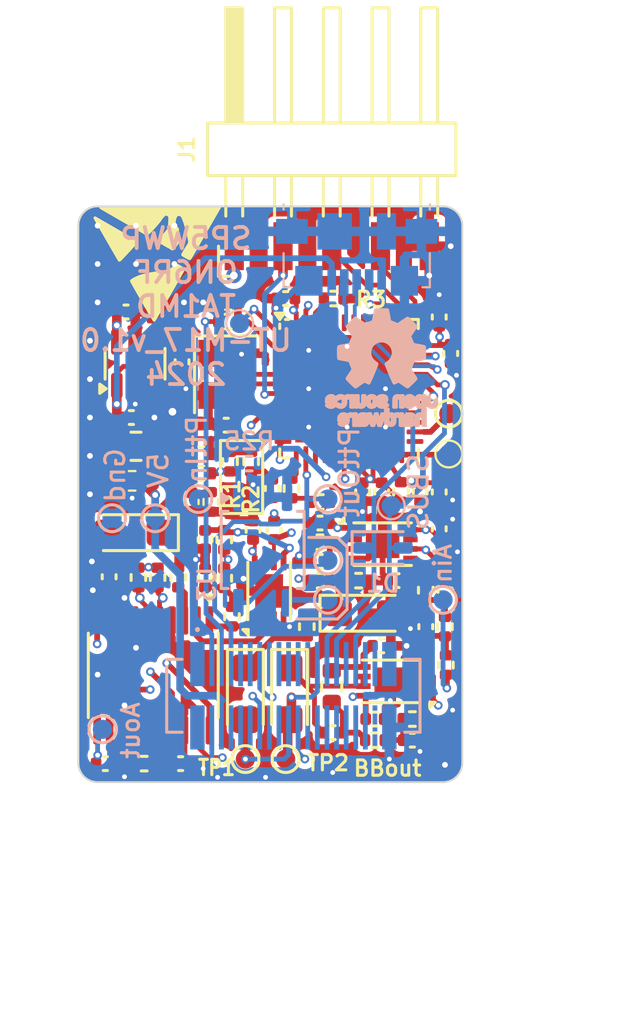
<source format=kicad_pcb>
(kicad_pcb (version 20241229) (generator "pcbnew") (generator_version "9.0")
  (layers (0 "F.Cu" signal) (4 "In1.Cu" signal) (6 "In2.Cu" signal) (2 "B.Cu" signal) (13 "F.Paste" user) (15 "B.Paste" user) (5 "F.SilkS" user "F.Silkscreen") (7 "B.SilkS" user "B.Silkscreen") (1 "F.Mask" user) (3 "B.Mask" user) (25 "Edge.Cuts" user))
  (net 0 "")
  (net 1 "/MCU/X1")
  (net 2 "GND")
  (net 3 "/MCU/X2")
  (net 4 "+3V3")
  (net 5 "VDDA")
  (net 6 "+5V")
  (net 7 "Net-(U6A-+)")
  (net 8 "Net-(U6B-+)")
  (net 9 "Net-(C20-Pad1)")
  (net 10 "Net-(C24-Pad1)")
  (net 11 "Net-(U7B-+)")
  (net 12 "Net-(U4B-+)")
  (net 13 "Net-(U4A-+)")
  (net 14 "/MCU/~{RST}")
  (net 15 "/MCU/SWCLK")
  (net 16 "/MCU/SWDIO")
  (net 17 "VERSION_SET")
  (net 18 "/MCU/BOOT0")
  (net 19 "Net-(C28-Pad1)")
  (net 20 "Net-(U7A--)")
  (net 21 "Net-(U4A--)")
  (net 22 "Net-(U7B--)")
  (net 23 "Net-(C14-Pad1)")
  (net 24 "Net-(C15-Pad1)")
  (net 25 "Net-(C16-Pad2)")
  (net 26 "Net-(C19-Pad1)")
  (net 27 "Net-(U5A-P0A)")
  (net 28 "Net-(U5B-P1A)")
  (net 29 "Net-(U5A-P0W)")
  (net 30 "Net-(U5B-P1W)")
  (net 31 "Net-(C26-Pad1)")
  (net 32 "Net-(C29-Pad1)")
  (net 33 "Net-(C31-Pad1)")
  (net 34 "Net-(U1-PC13)")
  (net 35 "Net-(U5D-P3A)")
  (net 36 "Net-(U5D-P3B)")
  (net 37 "Net-(U5E-~{RESET})")
  (net 44 "USART3_RX")
  (net 45 "USART3_TX")
  (net 57 "Net-(U5C-P2W)")
  (net 59 "I2C_SDA")
  (net 60 "AUDIO_OUT")
  (net 61 "PTT_OUT")
  (net 62 "AUDIO_OUT_MUTE")
  (net 63 "BASEBAND_IN_FILT")
  (net 64 "AUDIO_IN_FILT")
  (net 65 "BASEBAND_OUT")
  (net 66 "I2C_SCL")
  (net 67 "AUDIO_OUT_FILT")
  (net 68 "BASEBAND_IN")
  (net 69 "BASEBAND_OUT_FILT")
  (net 70 "AUDIO_IN")
  (net 71 "PTT_IN")
  (net 72 "MCU_TX")
  (net 73 "MCU_RX")
  (net 100 "Net-(R25-Pad2)")
  (net 101 "BASEBAND_BYPASS")
  (net 102 "+5VD")
  (net 103 "Net-(TP3-Pad1)")
  (net 104 "Net-(TP4-Pad1)")
  (net 106 "Net-(C12-Pad1)")
  (net 107 "Net-(U1-PB13)")
  (net 109 "Net-(U1-VBAT)")
  (net 110 "USB_DP")
  (net 112 "USB_DN")
  (footprint "Resistor_SMD:R_0402_1005Metric" (layer "F.Cu") (at 187.6 69.375 -90)
    (property "Reference" "R13" (hide yes))
    (property "Value" "39k")
  )
  (footprint "Capacitor_SMD:C_0402_1005Metric" (layer "F.Cu") (at 192.5875 66.5)
    (property "Reference" "C19" (hide yes))
    (property "Value" "10n")
  )
  (footprint "Capacitor_SMD:C_0402_1005Metric" (layer "F.Cu") (at 193.27 77.42125 180)
    (property "Reference" "C31" (hide yes))
    (property "Value" "10n")
  )
  (footprint "Resistor_SMD:R_0402_1005Metric" (layer "F.Cu") (at 187.8 55)
    (property "Reference" "R29" (hide yes))
    (property "Value" "12k")
  )
  (footprint "Capacitor_Tantalum_SMD:CP_EIA-3216-18_Kemet-A" (layer "F.Cu") (at 194.9 71.2)
    (property "Reference" "C28" (hide yes))
    (property "Value" "22u")
  )
  (footprint "Capacitor_SMD:C_0402_1005Metric" (layer "F.Cu") (at 199.1 70 90)
    (property "Reference" "C20" (hide yes))
    (property "Value" "10n")
  )
  (footprint "Resistor_SMD:R_0402_1005Metric" (layer "F.Cu") (at 187.9 63.3 -90)
    (property "Reference" "R1")
    (property "Value" "36k")
  )
  (footprint "Resistor_SMD:R_0402_1005Metric" (layer "F.Cu") (at 192.5875 67.5)
    (property "Reference" "R10" (hide yes))
    (property "Value" "7k5")
  )
  (footprint "Package_TO_SOT_SMD:SOT-23-5" (layer "F.Cu") (at 182.95 58.2 90)
    (property "Reference" "U2" (hide yes))
    (property "Value" "XC6220B331MR")
  )
  (footprint "Resistor_SMD:R_0402_1005Metric" (layer "F.Cu") (at 196.805 64.88 90)
    (property "Reference" "R5" (hide yes))
    (property "Value" "10R")
  )
  (footprint "Resistor_SMD:R_0402_1005Metric" (layer "F.Cu") (at 186.9 65.4 -90)
    (property "Reference" "R27" (hide yes))
    (property "Value" "22k")
  )
  (footprint "Resistor_SMD:R_0402_1005Metric" (layer "F.Cu") (at 192.6 69.5)
    (property "Reference" "R20" (hide yes))
    (property "Value" "22k")
  )
  (footprint "Symbol:ESD-Logo_6.6x6mm_SilkScreen" (layer "F.Cu") (at 184.1 53 180)
    (property "Reference" "SYM1" (hide yes))
    (property "Value" "SYM_ESD_Small" (hide yes))
  )
  (footprint "Resistor_SMD:R_0402_1005Metric" (layer "F.Cu") (at 183.425 79.0375 180)
    (property "Reference" "R16" (hide yes))
    (property "Value" "10k")
  )
  (footprint "Resistor_SMD:R_0402_1005Metric" (layer "F.Cu") (at 199.1 71.9 90)
    (property "Reference" "R9" (hide yes))
    (property "Value" "13k")
  )
  (footprint "Resistor_SMD:R_0402_1005Metric" (layer "F.Cu") (at 187.8 56)
    (property "Reference" "R4" (hide yes))
    (property "Value" "10k")
  )
  (footprint "Capacitor_SMD:C_0402_1005Metric" (layer "F.Cu") (at 192.6 68.5 180)
    (property "Reference" "C17" (hide yes))
    (property "Value" "1n5")
  )
  (footprint "Capacitor_SMD:C_0402_1005Metric" (layer "F.Cu") (at 197.8075 64.88 -90)
    (property "Reference" "C7" (hide yes))
    (property "Value" "100n")
  )
  (footprint "Capacitor_Tantalum_SMD:CP_EIA-3216-18_Kemet-A" (layer "F.Cu") (at 191 75.4 -90)
    (property "Reference" "C34" (hide yes))
    (property "Value" "22u")
  )
  (footprint "Capacitor_SMD:C_0402_1005Metric" (layer "F.Cu") (at 182.76 61)
    (property "Reference" "C13" (hide yes))
    (property "Value" "100n")
  )
  (footprint "Resistor_SMD:R_0402_1005Metric" (layer "F.Cu") (at 194.6 69.5)
    (property "Reference" "R21" (hide yes))
    (property "Value" "22k")
  )
  (footprint "TestPoint:TestPoint_Pad_D1.0mm" (layer "F.Cu") (at 190.8 78.8)
    (property "Reference" "TP2")
    (property "Value" "TP_TX")
  )
  (footprint "Capacitor_SMD:C_0402_1005Metric" (layer "F.Cu") (at 186.6 69.365 90)
    (property "Reference" "C24" (hide yes))
    (property "Value" "10n")
  )
  (footprint "Resistor_SMD:R_0603_1608Metric" (layer "F.Cu") (at 193.2 75.02125 90)
    (property "Reference" "R24" (hide yes))
    (property "Value" "3k9")
  )
  (footprint "Capacitor_SMD:C_0402_1005Metric" (layer "F.Cu") (at 185.9 65.4 -90)
    (property "Reference" "C12" (hide yes))
    (property "Value" "220n")
  )
  (footprint "Resistor_SMD:R_0402_1005Metric" (layer "F.Cu") (at 188 71.375 -90)
    (property "Reference" "R14" (hide yes))
    (property "Value" "3k3")
  )
  (footprint "Resistor_SMD:R_0402_1005Metric" (layer "F.Cu") (at 192.6 65.4)
    (property "Reference" "R8" (hide yes))
    (property "Value" "13k")
  )
  (footprint "Resistor_SMD:R_0402_1005Metric" (layer "F.Cu") (at 193.3 54.8 180)
    (property "Reference" "R3")
    (property "Value" "10k")
  )
  (footprint "Resistor_SMD:R_0402_1005Metric" (layer "F.Cu") (at 198.1 70 90)
    (property "Reference" "R11" (hide yes))
    (property "Value" "7k5")
  )
  (footprint "Capacitor_Tantalum_SMD:CP_EIA-3216-18_Kemet-A" (layer "F.Cu") (at 182.9 67 180)
    (property "Reference" "C26" (hide yes))
    (property "Value" "22u")
  )
  (footprint "Capacitor_Tantalum_SMD:CP_EIA-3216-18_Kemet-A" (layer "F.Cu") (at 188.7 75.4 -90)
    (property "Reference" "C27" (hide yes))
    (property "Value" "22u")
  )
  (footprint "Capacitor_SMD:C_0402_1005Metric" (layer "F.Cu") (at 195.8 72.9)
    (property "Reference" "C32" (hide yes))
    (property "Value" "680p")
  )
  (footprint "Capacitor_SMD:C_0402_1005Metric" (layer "F.Cu") (at 181.6 69.3 90)
    (property "Reference" "C23" (hide yes))
    (property "Value" "220n")
  )
  (footprint "Capacitor_SMD:C_0402_1005Metric" (layer "F.Cu") (at 198.8 66.8 90)
    (property "Reference" "C30" (hide yes))
    (property "Value" "100n")
  )
  (footprint "Resistor_SMD:R_0402_1005Metric" (layer "F.Cu") (at 191.9 71.9 90)
    (property "Reference" "R17" (hide yes))
    (property "Value" "22k")
  )
  (footprint "Package_DFN_QFN:DFN-8-1EP_3x2mm_P0.5mm_EP1.75x1.45mm" (layer "F.Cu") (at 195.85 67.6)
    (property "Reference" "U6" (hide yes))
    (property "Value" "MCP6002" (hide yes))
  )
  (footprint "Resistor_SMD:R_0402_1005Metric" (layer "F.Cu") (at 197.4 76.7125 180)
    (property "Reference" "R22" (hide yes))
    (property "Value" "3k3")
  )
  (footprint "Connector_Harwin:Harwin_M20-89005xx_1x05_P2.54mm_Horizontal" (layer "F.Cu") (at 193.2 46.5475 90)
    (property "Reference" "J1")
    (property "Value" "Conn_01x05")
  )
  (footprint "Capacitor_SMD:C_0402_1005Metric" (layer "F.Cu") (at 198.8 55.7625 90)
    (property "Reference" "C3" (hide yes))
    (property "Value" "2u2")
  )
  (footprint "Capacitor_SMD:C_0402_1005Metric" (layer "F.Cu") (at 197.4 77.8125)
    (property "Reference" "C29" (hide yes))
    (property "Value" "10n")
  )
  (footprint "Capacitor_SMD:C_0402_1005Metric" (layer "F.Cu") (at 187.7 61.4 180)
    (property "Reference" "C2" (hide yes))
    (property "Value" "2p2")
  )
  (footprint "Package_SO:TSSOP-20_4.4x6.5mm_P0.65mm" (layer "F.Cu") (at 183.9 74.4375 -90)
    (property "Reference" "U5" (hide yes))
    (property "Value" "MCP4451-503-ST" (hide yes))
  )
  (footprint "Package_DFN_QFN:DFN-8-1EP_3x2mm_P0.5mm_EP1.75x1.45mm" (layer "F.Cu") (at 189.9375 70.0375 90)
    (property "Reference" "U4" (hide yes))
    (property "Value" "MCP6002" (hide yes))
  )
  (footprint "Capacitor_SMD:C_0402_1005Metric" (layer "F.Cu") (at 199.4 57.6625 -90)
    (property "Reference" "C6" (hide yes))
    (property "Value" "100n")
  )
  (footprint "Package_DFN_QFN:DFN-8-1EP_3x2mm_P0.5mm_EP1.75x1.45mm" (layer "F.Cu") (at 196.3 74.75 180)
    (property "Reference" "U7" (hide yes))
    (property "Value" "MCP6002" (hide yes))
  )
  (footprint "Capacitor_SMD:C_0805_2012Metric" (layer "F.Cu") (at 183 62.5)
    (property "Reference" "C10" (hide yes))
    (property "Value" "22u/25V")
  )
  (footprint "Resistor_SMD:R_0402_1005Metric" (layer "F.Cu") (at 186.4 62.9 180)
    (property "Reference" "R28" (hide yes))
    (property "Value" "22k")
  )
  (footprint "Capacitor_SMD:C_0402_1005Metric" (layer "F.Cu") (at 196.6 69.5 180)
    (property "Reference" "C18" (hide yes))
    (property "Value" "1n5")
  )
  (footprint "Resistor_SMD:R_0402_1005Metric" (layer "F.Cu") (at 186.4 63.906666 180)
    (property "Reference" "R26" (hide yes))
    (property "Value" "22k")
  )
  (footprint "Package_DFN_QFN:QFN-48-1EP_7x7mm_P0.5mm_EP5.6x5.6mm" (layer "F.Cu") (at 194.1 59.5)
    (property "Reference" "U1" (hide yes))
    (property "Value" "STM32G473CCUx" (hide yes))
  )
  (footprint "Resistor_SMD:R_0402_1005Metric" (layer "F.Cu") (at 195.45 77.8125 180)
    (property "Reference" "R23" (hide yes))
    (property "Value" "39k")
  )
  (footprint "Capacitor_SMD:C_0402_1005Metric" (layer "F.Cu") (at 194.81 64.88 -90)
    (property "Reference" "C8" (hide yes))
    (property "Value" "100n")
  )
  (footprint "Capacitor_SMD:C_0402_1005Metric" (layer "F.Cu") (at 190.2 66.875 90)
    (property "Reference" "C16" (hide yes))
    (property "Value" "10n")
  )
  (footprint "Capacitor_SMD:C_0402_1005Metric" (layer "F.Cu") (at 186.6 67.365 -90)
    (property "Reference" "C21" (hide yes))
    (property "Value" "680p")
  )
  (footprint "Capacitor_SMD:C_0402_1005Metric" (layer "F.Cu") (at 195.8025 64.88 90)
    (property "Reference" "C9" (hide yes))
    (property "Value" "1u")
  )
  (footprint "Capacitor_SMD:C_0402_1005Metric" (layer "F.Cu") (at 190.1 64.7 90)
    (property "Reference" "C14" (hide yes))
    (property "Value" "10n")
  )
  (footprint "Capacitor_SMD:C_0402_1005Metric" (layer "F.Cu") (at 181.4 79.0375 180)
    (property "Reference" "C22" (hide yes))
    (property "Value" "220n")
  )
  (footprint "Resistor_SMD:R_0402_1005Metric" (layer "F.Cu") (at 187.6 67.375 -90)
    (property "Reference" "R12" (hide yes))
    (property "Value" "3k9")
  )
  (footprint "Inductor_SMD:L_0603_1608Metric_Pad1.05x0.95mm_HandSolder" (layer "F.Cu") (at 182.8 64.3)
    (property "Reference" "FB1" (hide yes))
    (property "Value" "FerriteBead_Small")
  )
  (footprint "Capacitor_SMD:C_0402_1005Metric" (layer "F.Cu") (at 189.1 66.875 90)
    (property "Reference" "C35" (hide yes))
    (property "Value" "100n")
  )
  (footprint "TestPoint:TestPoint_Pad_D1.0mm" (layer "F.Cu") (at 199.3 62.9)
    (property "Reference" "TP14" (hide yes))
    (property "Value" "GP")
  )
  (footprint "Capacitor_SMD:C_0402_1005Metric" (layer "F.Cu") (at 190.8 54.8 180)
    (property "Reference" "C4" (hide yes))
    (property "Value" "100n")
  )
  (footprint "Crystal:Crystal_SMD_3225-4Pin_3.2x2.5mm" (layer "F.Cu") (at 187.7 58.75 -90)
    (property "Reference" "Y1" (hide yes))
    (property "Value" "8 MHz" (hide yes))
  )
  (footprint "Resistor_SMD:R_0402_1005Metric" (layer "F.Cu") (at 185.2 69.3375 90)
    (property "Reference" "R15" (hide yes))
    (property "Value" "2k2")
  )
  (footprint "TestPoint:TestPoint_Pad_D1.0mm" (layer "F.Cu") (at 199.3 60.8)
    (property "Reference" "TP12" (hide yes))
    (property "Value" "GP")
  )
  (footprint "TestPoint:TestPoint_Pad_D1.0mm" (layer "F.Cu") (at 188.7 78.8)
    (property "Reference" "TP1")
    (property "Value" "TP_RX")
  )
  (footprint "Resistor_SMD:R_0402_1005Metric" (layer "F.Cu") (at 183.125 69.3375 -90)
    (property "Reference" "R19" (hide yes))
    (property "Value" "3k3")
  )
  (footprint "Resistor_SMD:R_0402_1005Metric" (layer "F.Cu") (at 184.125 69.3375 -90)
    (property "Reference" "R18" (hide yes))
    (property "Value" "3k3")
  )
  (footprint "Capacitor_SMD:C_0402_1005Metric" (layer "F.Cu") (at 198.8 64.88 -90)
    (property "Reference" "C5" (hide yes))
    (property "Value" "100n")
  )
  (footprint "Capacitor_SMD:C_0402_1005Metric" (layer "F.Cu") (at 185.4 58.1 -90)
    (property "Reference" "C1" (hide yes))
    (property "Value" "2p2")
  )
  (footprint "Resistor_SMD:R_0402_1005Metric" (layer "F.Cu") (at 189 63.3 90)
    (property "Reference" "R2")
    (property "Value" "12k")
  )
  (footprint "Capacitor_SMD:C_0402_1005Metric" (layer "F.Cu") (at 182.48 55.5)
    (property "Reference" "C11" (hide yes))
    (property "Value" "100n")
  )
  (footprint "Capacitor_SMD:C_0402_1005Metric" (layer "F.Cu") (at 195.45 76.7125)
    (property "Reference" "C33" (hide yes))
    (property "Value" "100n")
  )
  (footprint "Resistor_SMD:R_0402_1005Metric" (layer "F.Cu") (at 191.1 64.7 -90)
    (property "Reference" "R6" (hide yes))
    (property "Value" "4k3")
  )
  (footprint "Capacitor_SMD:C_0402_1005Metric" (layer "F.Cu") (at 198.1 71.9 90)
    (property "Reference" "C15" (hide yes))
    (property "Value" "10n")
  )
  (footprint "Resistor_SMD:R_0402_1005Metric" (layer "F.Cu") (at 199.15 73.9 90)
    (property "Reference" "R7" (hide yes))
    (property "Value" "4k3")
  )
  (footprint "Capacitor_SMD:C_0402_1005Metric" (layer "F.Cu") (at 185.325 79.0375)
    (property "Reference" "C25" (hide yes))
    (property "Value" "100n")
  )
  (footprint "Diode_SMD:D_SOD-323" (layer "B.Cu") (at 195.87 67.8)
    (property "Reference" "D1")
    (property "Value" "1N4148WS")
  )
  (footprint "TestPoint:TestPoint_Pad_D1.0mm" (layer "B.Cu") (at 181.75 66.25 180)
    (property "Reference" "TP10" (hide yes))
    (property "Value" "GP")
  )
  (footprint "TestPoint:TestPoint_Pad_D1.0mm" (layer "B.Cu") (at 193 70.5 180)
    (property "Reference" "TP4" (hide yes))
    (property "Value" "GP")
  )
  (footprint "TestPoint:TestPoint_Pad_D1.0mm" (layer "B.Cu") (at 196.3 65.6)
    (property "Reference" "TP13" (hide yes))
    (property "Value" "GP")
  )
  (footprint "TestPoint:TestPoint_Pad_D1.0mm" (layer "B.Cu") (at 193 65.25 180)
    (property "Reference" "TP6" (hide yes))
    (property "Value" "GP")
  )
  (footprint "Package_SO:SOP-4_3.8x4.1mm_P2.54mm" (layer "B.Cu") (at 189.6 67.9 -90)
    (property "Reference" "U3")
    (property "Value" "CPC1117N")
  )
  (footprint "TestPoint:TestPoint_Pad_D1.0mm" (layer "B.Cu") (at 188.4 56.1 180)
    (property "Reference" "TP11" (hide yes))
    (property "Value" "GP")
  )
  (footprint "Connector_USB:USB_Micro-B_Molex_47346-0001" (layer "B.Cu") (at 194.5 52.5)
    (property "Reference" "J4" (hide yes))
    (property "Value" "USB_B_Micro")
  )
  (footprint "TestPoint:TestPoint_Pad_D1.0mm" (layer "B.Cu") (at 184 66.25 180)
    (property "Reference" "TP5" (hide yes))
    (property "Value" "GP")
  )
  (footprint "Symbol:OSHW-Logo_5.7x6mm_SilkScreen" (layer "B.Cu") (at 195.8 58.4 180)
    (property "Reference" "SYM2" (hide yes))
    (property "Value" "Logo_Open_Hardware_Small" (hide yes))
  )
  (footprint "TestPoint:TestPoint_Pad_D1.0mm" (layer "B.Cu") (at 199 70.5 180)
    (property "Reference" "TP8" (hide yes))
    (property "Value" "GP")
  )
  (footprint "TestPoint:TestPoint_Pad_D1.0mm" (layer "B.Cu") (at 181.25 77.25 180)
    (property "Reference" "TP9" (hide yes))
    (property "Value" "GP")
  )
  (footprint "TestPoint:TestPoint_Pad_D1.0mm" (layer "B.Cu") (at 186.25 65.25 180)
    (property "Reference" "TP7" (hide yes))
    (property "Value" "GP")
  )
  (footprint "TestPoint:TestPoint_Pad_D1.0mm" (layer "B.Cu") (at 193 68.45 180)
    (property "Reference" "TP3" (hide yes))
    (property "Value" "GP")
  )
  (footprint "micro17:AXK640347YG" (layer "B.Cu") (at 191.2 75.5)
    (property "Reference" "J2" (hide yes))
    (property "Value" "AXK640347YG" (hide yes))
  )
  (footprint "Resistor_SMD:R_0402_1005Metric" (layer "B.Cu") (at 188.9 63.4 180)
    (property "Reference" "R25")
    (property "Value" "3k3")
  )
  (gr_line (start 187.4 62.2) (end 189.6 62.2) (stroke (width 0.16)) (layer "F.SilkS"))
  (gr_line (start 189.6 66) (end 187.4 66) (stroke (width 0.16)) (layer "F.SilkS"))
  (gr_line (start 189.6 62.2) (end 189.6 66) (stroke (width 0.16)) (layer "F.SilkS"))
  (gr_line (start 187.4 66) (end 187.4 62.2) (stroke (width 0.16)) (layer "F.SilkS"))
  (gr_line (start 193.5 71.5) (end 191.4 71.5) (stroke (width 0.16)) (layer "B.SilkS"))
  (gr_line (start 194 67.75) (end 194 71) (stroke (width 0.16)) (layer "B.SilkS"))
  (gr_line (start 193.5 67.25) (end 194 67.75) (stroke (width 0.16)) (layer "B.SilkS"))
  (gr_line (start 194 71) (end 193.5 71.5) (stroke (width 0.16)) (layer "B.SilkS"))
  (gr_line (start 192 67.25) (end 193.5 67.25) (stroke (width 0.16)) (layer "B.SilkS"))
  (gr_line (start 200 79) (end 200 51) (stroke (width 0.1)) (layer "Edge.Cuts"))
  (gr_line (start 181 80) (end 199 80) (stroke (width 0.1)) (layer "Edge.Cuts"))
  (gr_arc (start 180 51) (mid 180.292893 50.292893) (end 181 50) (stroke (width 0.1)) (layer "Edge.Cuts"))
  (gr_arc (start 199 50) (mid 199.707107 50.292893) (end 200 51) (stroke (width 0.1)) (layer "Edge.Cuts"))
  (gr_line (start 199 50) (end 181 50) (stroke (width 0.1)) (layer "Edge.Cuts"))
  (gr_arc (start 200 79) (mid 199.707107 79.707107) (end 199 80) (stroke (width 0.1)) (layer "Edge.Cuts"))
  (gr_line (start 180 51) (end 180 79) (stroke (width 0.1)) (layer "Edge.Cuts"))
  (gr_arc (start 181 80) (mid 180.292893 79.707107) (end 180 79) (stroke (width 0.1)) (layer "Edge.Cuts"))
  (gr_text "BBout" (at 194.25 79.75 0) (layer "F.SilkS") (effects (font (size 0.8 0.8) (thickness 0.16) (bold yes)) (justify left bottom)))
  (gr_text "PttIn" (at 186.75 60.8 90) (layer "B.SilkS") (effects (font (size 1 1) (thickness 0.16)) (justify left bottom mirror)))
  (gr_text "Aout" (at 183.25 75.75 90) (layer "B.SilkS") (effects (font (size 0.9 0.9) (thickness 0.16)) (justify left bottom mirror)))
  (gr_text "SP5WWP\nON6RF\nTA1MD\nUT-M17_v1.0\n2024" (at 185.6 59.4 0) (layer "B.SilkS") (effects (font (size 1.1 1.1) (thickness 0.2) (bold yes)) (justify bottom mirror)))
  (gr_text "5V" (at 184.75 62.75 90) (layer "B.SilkS") (effects (font (size 1 1) (thickness 0.16)) (justify left bottom mirror)))
  (gr_text "Ain" (at 199.5 67.5 90) (layer "B.SilkS") (effects (font (size 0.9 0.9) (thickness 0.16)) (justify left bottom mirror)))
  (gr_text "SBUS" (at 198.3 62.8 90) (layer "B.SilkS") (effects (font (size 1 1) (thickness 0.16)) (justify left bottom mirror)))
  (gr_text "Gnd" (at 182.5 62.5 90) (layer "B.SilkS") (effects (font (size 1 1) (thickness 0.16)) (justify left bottom mirror)))
  (gr_text "PttOut" (at 194.703607 61.416038 90) (layer "B.SilkS") (effects (font (size 1 1) (thickness 0.16)) (justify left bottom mirror)))
  (segment (start 186.85 57.65) (end 186.82 57.62) (width 0.25) (layer "F.Cu") (net 1))
  (segment (start 186.82 57.62) (end 185.4 57.62) (width 0.3) (layer "F.Cu") (net 1))
  (segment (start 187 58.75) (end 186.85 58.6) (width 0.25) (layer "F.Cu") (net 1))
  (segment (start 190.6625 58.75) (end 187 58.75) (width 0.25) (layer "F.Cu") (net 1))
  (segment (start 186.85 58.6) (end 186.85 57.65) (width 0.25) (layer "F.Cu") (net 1))
  (segment (start 196.4 74.7) (end 196.4 73.02) (width 0.25) (layer "F.Cu") (net 2))
  (segment (start 199.4 58.5) (end 199.7 58.8) (width 0.3) (layer "F.Cu") (net 2))
  (segment (start 198.2 71.42) (end 197.5 71.42) (width 0.3) (layer "F.Cu") (net 2))
  (segment (start 194.4 68.35) (end 195.1 68.35) (width 0.3) (layer "F.Cu") (net 2))
  (segment (start 199.4 58.1425) (end 199.4 58.5) (width 0.3) (layer "F.Cu") (net 2))
  (segment (start 182.95 60.29) (end 182.95 59.3375) (width 0.5) (layer "F.Cu") (net 2))
  (segment (start 195.93 76.7125) (end 195.93 76.07) (width 0.25) (layer "F.Cu") (net 2))
  (segment (start 190.32 55.28) (end 190.3 55.3) (width 0.5) (layer "F.Cu") (net 2))
  (segment (start 186.2375 79.0375) (end 186.5 79.3) (width 0.25) (layer "F.Cu") (net 2))
  (segment (start 182.96 60.3) (end 182.96 60.72) (width 0.3) (layer "F.Cu") (net 2))
  (segment (start 197.75 74) (end 197.05 74) (width 0.25) (layer "F.Cu") (net 2))
  (segment (start 186.85 61.03) (end 187.22 61.4) (width 0.3) (layer "F.Cu") (net 2))
  (segment (start 197.88 77.8125) (end 197.88 78.32) (width 0.3) (layer "F.Cu") (net 2))
  (segment (start 195.85 69.13) (end 196.22 69.5) (width 0.3) (layer "F.Cu") (net 2))
  (segment (start 189.69 63.81) (end 190.1 64.22) (width 0.3) (layer "F.Cu") (net 2))
  (segment (start 197.3 72) (end 197.3 71.62) (width 0.3) (layer "F.Cu") (net 2))
  (segment (start 186.6 68.4) (end 186.6 67.845) (width 0.25) (layer "F.Cu") (net 2))
  (segment (start 195.85 67.6) (end 195.85 69.13) (width 0.3) (layer "F.Cu") (net 2))
  (segment (start 185.805 79.0375) (end 186.2375 79.0375) (width 0.25) (layer "F.Cu") (net 2))
  (segment (start 196.4 73.02) (end 196.28 72.9) (width 0.25) (layer "F.Cu") (net 2))
  (segment (start 185.525 78.7575) (end 185.805 79.0375) (width 0.3) (layer "F.Cu") (net 2))
  (segment (start 185.525 77.3) (end 185.525 78.7575) (width 0.3) (layer "F.Cu") (net 2))
  (segment (start 190.6875 71.4875) (end 190.6875 70.7875) (width 0.25) (layer "F.Cu") (net 2))
  (segment (start 195.93 76.07) (end 196.25 75.75) (width 0.25) (layer "F.Cu") (net 2))
  (segment (start 189 63.81) (end 189.69 63.81) (width 0.3) (layer "F.Cu") (net 2))
  (segment (start 197.88 78.32) (end 197.8 78.4) (width 0.3) (layer "F.Cu") (net 2))
  (segment (start 196.3 75.7) (end 196.3 74.75) (width 0.25) (layer "F.Cu") (net 2))
  (segment (start 190.32 54.8) (end 190.32 55.28) (width 0.5) (layer "F.Cu") (net 2))
  (segment (start 186.1 68.4) (end 186.6 68.4) (width 0.25) (layer "F.Cu") (net 2))
  (segment (start 197.5 71.42) (end 196.47 71.42) (width 0.3) (layer "F.Cu") (net 2))
  (segment (start 195.1 68.35) (end 195.85 67.6) (width 0.3) (layer "F.Cu") (net 2))
  (segment (start 197.05 74) (end 196.3 74.75) (width 0.25) (layer "F.Cu") (net 2))
  (segment (start 190.6875 70.7875) (end 189.9375 70.0375) (width 0.25) (layer "F.Cu") (net 2))
  (segment (start 182.96 60.72) (end 183.24 61) (width 0.3) (layer "F.Cu") (net 2))
  (segment (start 195.85 67.6) (end 195.85 66.47) (width 0.3) (layer "F.Cu") (net 2))
  (segment (start 197.3 71.62) (end 197.5 71.42) (width 0.3) (layer "F.Cu") (net 2))
  (segment (start 196.47 71.42) (end 196.25 71.2) (width 0.3) (layer "F.Cu") (net 2))
  (segment (start 196.25 75.75) (end 196.3 75.7) (width 0.25) (layer "F.Cu") (net 2))
  (segment (start 186.85 59.85) (end 186.85 61.03) (width 0.3) (layer "F.Cu") (net 2))
  (segment (start 182.96 60.3) (end 182.95 60.29) (width 0.5) (layer "F.Cu") (net 2))
  (via (at 185 51) (size 0.5) (drill 0.3) (layers "F.Cu" "B.Cu") (net 2))
  (via (at 185 53) (size 0.5) (drill 0.3) (layers "F.Cu" "B.Cu") (net 2))
  (via (at 182.4 79.720108) (size 0.45) (drill 0.25) (layers "F.Cu" "B.Cu") (net 2))
  (via (at 180.6 61) (size 0.5) (drill 0.3) (layers "F.Cu" "B.Cu") (net 2))
  (via (at 188.5 57.7) (size 0.45) (drill 0.25) (layers "F.Cu" "B.Cu") (net 2))
  (via (at 199.4 52.0725) (size 0.5) (drill 0.3) (layers "F.Cu" "B.Cu") (net 2))
  (via (at 181 51) (size 0.5) (drill 0.3) (layers "F.Cu" "B.Cu") (net 2))
  (via (at 192 57.5) (size 0.45) (drill 0.25) (layers "F.Cu" "B.Cu") (net 2))
  (via (at 197.3 72) (size 0.45) (drill 0.25) (layers "F.Cu" "B.Cu") (net 2))
  (via (at 180.6 63) (size 0.5) (drill 0.3) (layers "F.Cu" "B.Cu") (net 2))
  (via (at 194 61.5) (size 0.45) (drill 0.25) (layers "F.Cu" "B.Cu") (net 2))
  (via (at 181 55) (size 0.5) (drill 0.3) (layers "F.Cu" "B.Cu") (net 2))
  (via (at 186.5 79.3) (size 0.45) (drill 0.25) (layers "F.Cu" "B.Cu") (net 2))
  (via (at 180.75 70) (size 0.5) (drill 0.3) (layers "F.Cu" "B.Cu") (net 2))
  (via (at 199.7 58.8) (size 0.45) (drill 0.25) (layers "F.Cu" "B.Cu") (net 2))
  (via (at 199.75 68) (size 0.45) (drill 0.25) (layers "F.Cu" "B.Cu") (net 2))
  (via (at 192 59.5) (size 0.45) (drill 0.25) (layers "F.Cu" "B.Cu") (net 2))
  (via (at 199.1 79.1) (size 0.5) (drill 0.3) (layers "F.Cu" "B.Cu") (net 2))
  (via (at 191 71.9) (size 0.45) (drill 0.25) (layers "F.Cu" "B.Cu") (net 2))
  (via (at 185.5 55) (size 0.5) (drill 0.3) (layers "F.Cu" "B.Cu") (net 2))
  (via (at 182.8 65.2) (size 0.45) (drill 0.25) (layers "F.Cu" "B.Cu") (net 2))
  (via (at 199.5 66.3) (size 0.45) (drill 0.25) (layers "F.Cu" "B.Cu") (net 2))
  (via (at 194 57.3) (size 0.45) (drill 0.25) (layers "F.Cu" "B.Cu") (net 2))
  (via (at 188.6 69.4) (size 0.5) (drill 0.3) (layers "F.Cu" "B.Cu") (net 2))
  (via (at 181 74.4) (size 0.5) (drill 0.3) (layers "F.Cu" "B.Cu") (net 2))
  (via (at 180.6 59) (size 0.5) (drill 0.3) (layers "F.Cu" "B.Cu") (net 2))
  (via (at 197.8 78.4) (size 0.45) (drill 0.25) (layers "F.Cu" "B.Cu") (net 2))
  (via (at 180.7 68.5) (size 0.5) (drill 0.3) (layers "F.Cu" "B.Cu") (net 2))
  (via (at 184.9 60.7) (size 0.8) (drill 0.4) (layers "F.Cu" "B.Cu") (net 2))
  (via (at 196.2 78.8) (size 0.45) (drill 0.25) (layers "F.Cu" "B.Cu") (net 2))
  (via (at 189.75 79.75) (size 0.45) (drill 0.25) (layers "F.Cu" "B.Cu") (net 2))
  (via (at 189.1 64.5) (size 0.45) (drill 0.25) (layers "F.Cu" "B.Cu") (net 2))
  (via (at 186.1 68.4) (size 0.45) (drill 0.25) (layers "F.Cu" "B.Cu") (net 2))
  (via (at 182.96 60.3) (size 0.45) (drill 0.25) (layers "F.Cu" "B.Cu") (net 2))
  (via (at 187.25 79.75) (size 0.45) (drill 0.25) (layers "F.Cu" "B.Cu") (net 2))
  (via (at 196 59.5) (size 0.45) (drill 0.25) (layers "F.Cu" "B.Cu") (net 2))
  (via (at 185.6 59.5) (size 0.45) (drill 0.25) (layers "F.Cu" "B.Cu") (net 2))
  (via (at 196 61.5) (size 0.45) (drill 0.25) (layers "F.Cu" "B.Cu") (net 2))
  (via (at 198.28 53.6) (size 0.5) (drill 0.3) (layers "F.Cu" "B.Cu") (net 2))
  (via (at 190.3 55.3) (size 0.45) (drill 0.25) (layers "F.Cu" "B.Cu") (net 2))
  (via (at 191.507567 68.206053) (size 0.45) (drill 0.25) (layers "F.Cu" "B.Cu") (net 2))
  (via (at 197.8 65.9) (size 0.5) (drill 0.3) (layers "F.Cu" "B.Cu") (net 2))
  (via (at 192 61.5) (size 0.45) (drill 0.25) (layers "F.Cu" "B.Cu") (net 2))
  (via (at 183.96 61) (size 0.5) (drill 0.3) (layers "F.Cu" "B.Cu") (net 2))
  (via (at 199.5 76.25) (size 0.45) (drill 0.25) (layers "F.Cu" "B.Cu") (net 2))
  (via (at 198.8 54.6) (size 0.45) (drill 0.25) (layers "F.Cu" "B.Cu") (net 2))
  (via (at 182.4 76) (size 0.5) (drill 0.3) (layers "F.Cu" "B.Cu") (net 2))
  (via (at 183 73) (size 0.5) (drill 0.3) (layers "F.Cu" "B.Cu") (net 2))
  (via (at 199.5 65.3) (size 0.45) (drill 0.25) (layers "F.Cu" "B.Cu") (net 2))
  (via (at 181 53) (size 0.5) (drill 0.3) (layers "F.Cu" "B.Cu") (net 2))
  (via (at 182.4 70.4) (size 0.5) (drill 0.3) (layers "F.Cu" "B.Cu") (net 2))
  (via (at 183 53) (size 0.5) (drill 0.3) (layers "F.Cu" "B.Cu") (net 2))
  (via (at 193.25 79.5) (size 0.45) (drill 0.25) (layers "F.Cu" "B.Cu") (net 2))
  (via (at 180.6 57) (size 0.5) (drill 0.3) (layers "F.Cu" "B.Cu") (net 2))
  (via (at 197.1 72.9) (size 0.5) (drill 0.3) (layers "F.Cu" "B.Cu") (net 2))
  (via (at 194.8 65.9) (size 0.45) (drill 0.25) (layers "F.Cu" "B.Cu") (net 2))
  (via (at 183 51) (size 0.5) (drill 0.3) (layers "F.Cu" "B.Cu") (net 2))
  (via (at 180.6 65) (size 0.5) (drill 0.3) (layers "F.Cu" "B.Cu") (net 2))
  (via (at 186.5 55) (size 0.5) (drill 0.3) (layers "F.Cu" "B.Cu") (net 2))
  (via (at 196.25 75.75) (size 0.45) (drill 0.25) (layers "F.Cu" "B.Cu") (net 2))
  (segment (start 192.0125 53.975) (end 191.625 53.975) (width 0.3) (layer "B.Cu") (net 2))
  (segment (start 194.45 72.425) (end 194.875 72) (width 0.25) (layer "B.Cu") (net 2))
  (segment (start 186.95 73.85) (end 186.95 72.3) (width 0.25) (layer "B.Cu") (net 2))
  (segment (start 191.625 53.975) (end 190.3 55.3) (width 0.3) (layer "B.Cu") (net 2))
  (segment (start 194.875 72) (end 197.3 72) (width 0.25) (layer "B.Cu") (net 2))
  (segment (start 186.95 78.85) (end 186.95 77.15) (width 0.25) (layer "B.Cu") (net 2))
  (segment (start 194.45 73.85) (end 194.45 72.425) (width 0.25) (layer "B.Cu") (net 2))
  (segment (start 186.5 79.3) (end 186.95 78.85) (width 0.25) (layer "B.Cu") (net 2))
  (segment (start 186.95 72.3) (end 186.75 72.1) (width 0.25) (layer "B.Cu") (net 2))
  (segment (start 189.15 59.25) (end 188.55 59.85) (width 0.25) (layer "F.Cu") (net 3))
  (segment (start 190.6625 59.25) (end 189.15 59.25) (width 0.25) (layer "F.Cu") (net 3))
  (segment (start 188.55 59.85) (end 188.18 60.22) (width 0.3) (layer "F.Cu") (net 3))
  (segment (start 188.18 60.22) (end 188.18 61.4) (width 0.3) (layer "F.Cu") (net 3))
  (segment (start 199.3325 57.25) (end 199.4 57.1825) (width 0.25) (layer "F.Cu") (net 4))
  (segment (start 191.2 55.4) (end 191.35 55.55) (width 0.25) (layer "F.Cu") (net 4))
  (segment (start 191.35 55.55) (end 191.35 56.0625) (width 0.25) (layer "F.Cu") (net 4))
  (segment (start 183.935 79.0375) (end 184.845 79.0375) (width 0.35) (layer "F.Cu") (net 4))
  (segment (start 197.46 64.4) (end 198.72 64.4) (width 0.25) (layer "F.Cu") (net 4))
  (segment (start 182 55.54) (end 182 57.0625) (width 0.5) (layer "F.Cu") (net 4))
  (segment (start 191.38 54.8) (end 191.35 54.83) (width 0.25) (layer "F.Cu") (net 4))
  (segment (start 191.35 54.83) (end 191.35 55.25) (width 0.25) (layer "F.Cu") (net 4))
  (segment (start 184.875 77.3) (end 184.875 79.0075) (width 0.3) (layer "F.Cu") (net 4))
  (segment (start 183.5725 68.8275) (end 183.6 68.8) (width 0.25) (layer "F.Cu") (net 4))
  (segment (start 198.72 64.4) (end 198.8 64.32) (width 0.25) (layer "F.Cu") (net 4))
  (segment (start 197.35 64.29) (end 197.46 64.4) (width 0.25) (layer "F.Cu") (net 4))
  (segment (start 199.4 57.1825) (end 198.8725 57.1825) (width 0.25) (layer "F.Cu") (net 4))
  (segment (start 183.6275 68.8275) (end 184.125 68.8275) (width 0.25) (layer "F.Cu") (net 4))
  (segment (start 198.8725 57.1825) (end 198.82 57.13) (width 0.25) (layer "F.Cu") (net 4))
  (segment (start 196.8 64.29) (end 197.35 64.29) (width 0.25) (layer "F.Cu") (net 4))
  (segment (start 196.35 63.6) (end 196.8 64.29) (width 0.25) (layer "F.Cu") (net 4))
  (segment (start 198.82 57.13) (end 198.82 56.3) (width 0.25) (layer "F.Cu") (net 4))
  (segment (start 183.125 68.8275) (end 183.5725 68.8275) (width 0.25) (layer "F.Cu") (net 4))
  (segment (start 183.6 68.8) (end 183.6275 68.8275) (width 0.25) (layer "F.Cu") (net 4))
  (segment (start 184.875 79.0075) (end 184.845 79.0375) (width 0.3) (layer "F.Cu") (net 4))
  (segment (start 182 55.5) (end 182 55.46) (width 0.5) (layer "F.Cu") (net 4))
  (segment (start 183.75 74.25) (end 184.875 75.375) (width 0.3) (layer "F.Cu") (net 4))
  (segment (start 184.875 75.375) (end 184.875 77.3) (width 0.3) (layer "F.Cu") (net 4))
  (segment (start 196.35 62.9375) (end 196.35 63.6) (width 0.25) (layer "F.Cu") (net 4))
  (segment (start 191.35 55.25) (end 191.2 55.4) (width 0.25) (layer "F.Cu") (net 4))
  (segment (start 197.5375 57.25) (end 199.3325 57.25) (width 0.25) (layer "F.Cu") (net 4))
  (via (at 191.2 55.4) (size 0.45) (drill 0.25) (layers "F.Cu" "B.Cu") (net 4))
  (via (at 198.82 56.8) (size 0.45) (drill 0.25) (layers "F.Cu" "B.Cu") (net 4))
  (via (at 182 56.2) (size 0.5) (drill 0.3) (layers "F.Cu" "B.Cu") (net 4))
  (via (at 197.35 64.29) (size 0.5) (drill 0.3) (layers "F.Cu" "B.Cu") (net 4))
  (via (at 183.65 68.8) (size 0.45) (drill 0.25) (layers "F.Cu" "B.Cu") (net 4))
  (via (at 188.1 53.6) (size 0.8) (drill 0.4) (layers "F.Cu" "B.Cu") (net 4))
  (via (at 183.75 74.25) (size 0.45) (drill 0.25) (layers "F.Cu" "B.Cu") (net 4))
  (segment (start 196.8 65.385) (end 196.8 65.31) (width 0.25) (layer "F.Cu") (net 5))
  (segment (start 191.98776 69.39776) (end 192.09 69.5) (width 0.3) (layer "F.Cu") (net 5))
  (segment (start 194.81 64.3) (end 195.1 64.3) (width 0.25) (layer "F.Cu") (net 5))
  (segment (start 187.4 63.8) (end 187.89 63.8) (width 0.3) (layer "F.Cu") (net 5))
  (segment (start 194.85 63.85) (end 195.2 64.2) (width 0.25) (layer "F.Cu") (net 5))
  (segment (start 195.35 64.25) (end 195.4 64.3) (width 0.25) (layer "F.Cu") (net 5))
  (segment (start 195.1 64.3) (end 195.2 64.2) (width 0.25) (layer "F.Cu") (net 5))
  (segment (start 194.85 62.9375) (end 194.85 63.85) (width 0.25) (layer "F.Cu") (net 5))
  (segment (start 187.89 63.8) (end 187.9 63.81) (width 0.3) (layer "F.Cu") (net 5))
  (segment (start 191.475 69.39776) (end 191.98776 69.39776) (width 0.3) (layer "F.Cu") (net 5))
  (segment (start 187.4 63.8) (end 187.3 63.9) (width 0.3) (layer "F.Cu") (net 5))
  (segment (start 195.715 64.3) (end 196.8 65.385) (width 0.25) (layer "F.Cu") (net 5))
  (segment (start 187.3 63.9) (end 186.91 63.9) (width 0.3) (layer "F.Cu") (net 5))
  (segment (start 195.3 64.3) (end 195.4 64.3) (width 0.25) (layer "F.Cu") (net 5))
  (segment (start 195.4 64.3) (end 195.715 64.3) (width 0.25) (layer "F.Cu") (net 5))
  (segment (start 195.35 62.9375) (end 195.35 64.25) (width 0.25) (layer "F.Cu") (net 5))
  (segment (start 195.2 64.2) (end 195.3 64.3) (width 0.25) (layer "F.Cu") (net 5))
  (via (at 195.2 64.2) (size 0.45) (drill 0.25) (layers "F.Cu" "B.Cu") (net 5))
  (via (at 187.4 63.8) (size 0.45) (drill 0.25) (layers "F.Cu" "B.Cu") (net 5))
  (via (at 191.475 69.39776) (size 0.45) (drill 0.25) (layers "F.Cu" "B.Cu") (net 5))
  (segment (start 182 58.675001) (end 182 59.3375) (width 0.25) (layer "F.Cu") (net 6))
  (segment (start 194.97 76.7125) (end 194.97 76.03) (width 0.3) (layer "F.Cu") (net 6))
  (segment (start 194.3 75.55) (end 194.35 75.5) (width 0.25) (layer "F.Cu") (net 6))
  (segment (start 189.1875 67.4425) (end 189.1 67.355) (width 0.2) (layer "F.Cu") (net 6))
  (segment (start 194.97 75.97) (end 194.97 75.53) (width 0.3) (layer "F.Cu") (net 6))
  (segment (start 182.337501 58.3375) (end 182 58.675001) (width 0.25) (layer "F.Cu") (net 6))
  (segment (start 189.067678 67.967678) (end 189.1875 67.847856) (width 0.2) (layer "F.Cu") (net 6))
  (segment (start 182 64.225) (end 181.925 64.3) (width 0.5) (layer "F.Cu") (net 6))
  (segment (start 182 59.3375) (end 182 64.225) (width 0.5) (layer "F.Cu") (net 6))
  (segment (start 183.9 59.3375) (end 183.9 58.675001) (width 0.25) (layer "F.Cu") (net 6))
  (segment (start 189.067678 67.967678) (end 189.1875 68.0875) (width 0.2) (layer "F.Cu") (net 6))
  (segment (start 189.1875 68.0875) (end 189.1875 68.5875) (width 0.2) (layer "F.Cu") (net 6))
  (segment (start 183.9 58.675001) (end 183.562499 58.3375) (width 0.25) (layer "F.Cu") (net 6))
  (segment (start 189.1875 67.847856) (end 189.1875 67.4425) (width 0.2) (layer "F.Cu") (net 6))
  (segment (start 183.562499 58.3375) (end 182.337501 58.3375) (width 0.25) (layer "F.Cu") (net 6))
  (segment (start 197.3 66.85) (end 198.37 66.85) (width 0.25) (layer "F.Cu") (net 6))
  (segment (start 194.35 75.5) (end 194.85 75.5) (width 0.25) (layer "F.Cu") (net 6))
  (segment (start 198.37 66.85) (end 198.8 67.28) (width 0.25) (layer "F.Cu") (net 6))
  (via (at 198.1 66.85) (size 0.45) (drill 0.25) (layers "F.Cu" "B.Cu") (net 6))
  (via (at 189.067678 67.967678) (size 0.45) (drill 0.25) (layers "F.Cu" "B.Cu") (net 6))
  (via (at 194.3 75.55) (size 0.45) (drill 0.25) (layers "F.Cu" "B.Cu") (net 6))
  (via (at 182 60.3) (size 0.5) (drill 0.3) (layers "F.Cu" "B.Cu") (net 6))
  (segment (start 182 57.3) (end 182 60.3) (width 0.3) (layer "B.Cu") (net 6))
  (segment (start 192.925 52.7) (end 186.6 52.7) (width 0.3) (layer "B.Cu") (net 6))
  (segment (start 186.6 52.7) (end 182 57.3) (width 0.3) (layer "B.Cu") (net 6))
  (segment (start 193.2 52.975) (end 192.925 52.7) (width 0.3) (layer "B.Cu") (net 6))
  (segment (start 193.2 54.06) (end 193.2 52.975) (width 0.3) (layer "B.Cu") (net 6))
  (segment (start 193.08 68.5) (end 193.0975 68.4825) (width 0.3) (layer "F.Cu") (net 7))
  (segment (start 193.0975 68.4825) (end 193.0975 67.5) (width 0.3) (layer "F.Cu") (net 7))
  (segment (start 194.4 67.85) (end 193.4475 67.85) (width 0.3) (layer "F.Cu") (net 7))
  (segment (start 193.4475 67.85) (end 193.0975 67.5) (width 0.3) (layer "F.Cu") (net 7))
  (segment (start 198.19 69.5) (end 197.18 69.5) (width 0.3) (layer "F.Cu") (net 8))
  (segment (start 198.2 69.49) (end 198.19 69.5) (width 0.25) (layer "F.Cu") (net 8))
  (segment (start 197.3 69.38) (end 197.18 69.5) (width 0.25) (layer "F.Cu") (net 8))
  (segment (start 197.3 68.35) (end 197.3 69.38) (width 0.25) (layer "F.Cu") (net 8))
  (segment (start 199.2 71.39) (end 199.1 71.29) (width 0.3) (layer "F.Cu") (net 9))
  (segment (start 199.1 71.29) (end 199.1 70.58) (width 0.3) (layer "F.Cu") (net 9))
  (segment (start 199.17 70.51) (end 198.2 70.51) (width 0.3) (layer "F.Cu") (net 9))
  (segment (start 199.1 70.58) (end 199.17 70.51) (width 0.3) (layer "F.Cu") (net 9))
  (segment (start 187.56 69.845) (end 187.6 69.885) (width 0.3) (layer "F.Cu") (net 10))
  (segment (start 188 70.285) (end 188 70.865) (width 0.3) (layer "F.Cu") (net 10))
  (segment (start 186.6 69.845) (end 187.56 69.845) (width 0.3) (layer "F.Cu") (net 10))
  (segment (start 187.6 69.885) (end 188 70.285) (width 0.3) (layer "F.Cu") (net 10))
  (segment (start 194.85 73.37) (end 194.85 74) (width 0.3) (layer "F.Cu") (net 11))
  (segment (start 195.32 72.9) (end 194.85 73.37) (width 0.3) (layer "F.Cu") (net 11))
  (segment (start 194.85 74) (end 193.39625 74) (width 0.3) (layer "F.Cu") (net 11))
  (segment (start 193.39625 74) (end 193.2 74.19625) (width 0.25) (layer "F.Cu") (net 11))
  (segment (start 190.6875 68.5875) (end 190.6875 68.1125) (width 0.3) (layer "F.Cu") (net 12))
  (segment (start 187.711409 66.976409) (end 187.6 66.865) (width 0.3) (layer "F.Cu") (net 12))
  (segment (start 187.6 66.865) (end 186.62 66.865) (width 0.3) (layer "F.Cu") (net 12))
  (segment (start 186.62 66.865) (end 186.6 66.885) (width 0.3) (layer "F.Cu") (net 12))
  (segment (start 188.301409 66.976409) (end 187.711409 66.976409) (width 0.3) (layer "F.Cu") (net 12))
  (segment (start 190.6875 68.1125) (end 191 67.8) (width 0.3) (layer "F.Cu") (net 12))
  (via (at 191 67.8) (size 0.45) (drill 0.25) (layers "F.Cu" "B.Cu") (net 12))
  (via (at 188.301409 66.976409) (size 0.45) (drill 0.25) (layers "F.Cu" "B.Cu") (net 12))
  (segment (start 188.301409 66.976409) (end 189.25 66.976409) (width 0.3) (layer "B.Cu") (net 12))
  (segment (start 189.25 66.976409) (end 191 67.8) (width 0.3) (layer "B.Cu") (net 12))
  (segment (start 190.1875 72.4625) (end 188.7 73.95) (width 0.3) (layer "F.Cu") (net 13))
  (segment (start 191.81 72.5) (end 190.225 72.5) (width 0.3) (layer "F.Cu") (net 13))
  (segment (start 191.9 72.41) (end 191.81 72.5) (width 0.2) (layer "F.Cu") (net 13))
  (segment (start 188.7 73.95) (end 188.7 74.05) (width 0.3) (layer "F.Cu") (net 13))
  (segment (start 190.225 72.5) (end 190.1875 72.4625) (width 0.2) (layer "F.Cu") (net 13))
  (segment (start 190.1875 71.4875) (end 190.1875 72.4625) (width 0.3) (layer "F.Cu") (net 13))
  (segment (start 189.75 59.75) (end 189.7 59.8) (width 0.25) (layer "F.Cu") (net 14))
  (segment (start 190.66 53.6) (end 190.66 52.0725) (width 0.5) (layer "F.Cu") (net 14))
  (segment (start 190.6625 59.75) (end 189.75 59.75) (width 0.25) (layer "F.Cu") (net 14))
  (via (at 190.66 53.6) (size 0.45) (drill 0.25) (layers "F.Cu" "B.Cu") (net 14))
  (via (at 189.7 59.8) (size 0.45) (drill 0.25) (layers "F.Cu" "B.Cu") (net 14))
  (segment (start 189.7 54.577818) (end 189.7 59.8) (width 0.25) (layer "B.Cu") (net 14))
  (segment (start 190.66 53.617818) (end 189.7 54.577818) (width 0.25) (layer "B.Cu") (net 14))
  (segment (start 190.66 53.6) (end 190.66 53.617818) (width 0.25) (layer "B.Cu") (net 14))
  (segment (start 196.85 55.25) (end 196.85 56.0625) (width 0.25) (layer "F.Cu") (net 15))
  (segment (start 193.2 52.0725) (end 193.2 52.2875) (width 0.25) (layer "F.Cu") (net 15))
  (segment (start 195.0125 54.1) (end 195.7 54.1) (width 0.25) (layer "F.Cu") (net 15))
  (segment (start 195.7 54.1) (end 196.85 55.25) (width 0.25) (layer "F.Cu") (net 15))
  (segment (start 193.2 52.2875) (end 195.0125 54.1) (width 0.25) (layer "F.Cu") (net 15))
  (segment (start 197.5375 54.9375) (end 195.74 53.14) (width 0.25) (layer "F.Cu") (net 16))
  (segment (start 195.74 53.14) (end 195.74 52.0725) (width 0.25) (layer "F.Cu") (net 16))
  (segment (start 195.525 52.2875) (end 195.74 52.0725) (width 0.25) (layer "F.Cu") (net 16))
  (segment (start 197.5375 56.75) (end 197.5375 54.9375) (width 0.25) (layer "F.Cu") (net 16))
  (segment (start 195.525 52.475) (end 195.525 52.2875) (width 0.25) (layer "F.Cu") (net 16))
  (segment (start 190.14 61.75) (end 189.1 62.79) (width 0.25) (layer "F.Cu") (net 17))
  (segment (start 188 62.79) (end 189.1 62.79) (width 0.35) (layer "F.Cu") (net 17))
  (segment (start 190.6625 61.75) (end 190.14 61.75) (width 0.25) (layer "F.Cu") (net 17))
  (segment (start 192.35 55.55) (end 192.79 55.11) (width 0.25) (layer "F.Cu") (net 18))
  (segment (start 192.79 55.11) (end 192.79 54.8) (width 0.25) (layer "F.Cu") (net 18))
  (segment (start 192.35 56.0625) (end 192.35 55.55) (width 0.25) (layer "F.Cu") (net 18))
  (segment (start 193.55 71.2) (end 193.55 69.55) (width 0.3) (layer "F.Cu") (net 19))
  (segment (start 193.55 69.55) (end 193.6 69.5) (width 0.3) (layer "F.Cu") (net 19))
  (segment (start 191.9 71.39) (end 192.09 71.2) (width 0.5) (layer "F.Cu") (net 19))
  (segment (start 193.6 69.5) (end 194.19 69.5) (width 0.3) (layer "F.Cu") (net 19))
  (segment (start 193.11 69.5) (end 194.19 69.5) (width 0.3) (layer "F.Cu") (net 19))
  (segment (start 192.09 71.2) (end 193.55 71.2) (width 0.5) (layer "F.Cu") (net 19))
  (segment (start 197.9 76.7025) (end 197.9 75.15) (width 0.3) (layer "F.Cu") (net 20))
  (segment (start 197.91 76.7125) (end 197.9 76.7025) (width 0.3) (layer "F.Cu") (net 20))
  (segment (start 197.9 75.15) (end 197.75 75) (width 0.3) (layer "F.Cu") (net 20))
  (segment (start 189.2375 72.6625) (end 186.45 72.6625) (width 0.3) (layer "F.Cu") (net 21))
  (segment (start 186.175 72.3875) (end 186.175 71.575) (width 0.3) (layer "F.Cu") (net 21))
  (segment (start 189.6875 72.2125) (end 189.2375 72.6625) (width 0.3) (layer "F.Cu") (net 21))
  (segment (start 189.6875 71.4875) (end 189.6875 72.2125) (width 0.3) (layer "F.Cu") (net 21))
  (segment (start 186.45 72.6625) (end 186.175 72.3875) (width 0.3) (layer "F.Cu") (net 21))
  (segment (start 191.9 75) (end 192.3 75.4) (width 0.25) (layer "F.Cu") (net 22))
  (segment (start 191.42875 74.27875) (end 191.2 74.05) (width 0.25) (layer "F.Cu") (net 22))
  (segment (start 194.85 75) (end 194.85 74.5) (width 0.3) (layer "F.Cu") (net 22))
  (segment (start 194.85 75) (end 191.9 75) (width 0.25) (layer "F.Cu") (net 22))
  (segment (start 191.2 74.05) (end 191.50125 73.74875) (width 0.3) (layer "F.Cu") (net 22))
  (segment (start 191.2 74.3) (end 191.2 74.05) (width 0.25) (layer "F.Cu") (net 22))
  (segment (start 192.3 76.93125) (end 192.79 77.42125) (width 0.25) (layer "F.Cu") (net 22))
  (segment (start 192.3 75.4) (end 192.3 76.93125) (width 0.25) (layer "F.Cu") (net 22))
  (segment (start 191.9 75) (end 191.2 74.3) (width 0.3) (layer "F.Cu") (net 22))
  (segment (start 191.1 65.21) (end 191.9 65.21) (width 0.25) (layer "F.Cu") (net 23))
  (segment (start 192.05 65.36) (end 192.09 65.36) (width 0.25) (layer "F.Cu") (net 23))
  (segment (start 191.07 65.18) (end 191.1 65.21) (width 0.25) (layer "F.Cu") (net 23))
  (segment (start 190.1 65.18) (end 191.07 65.18) (width 0.25) (layer "F.Cu") (net 23))
  (segment (start 191.9 65.21) (end 192.05 65.36) (width 0.25) (layer "F.Cu") (net 23))
  (segment (start 192.09 65.36) (end 192.2 65.25) (width 0.25) (layer "F.Cu") (net 23))
  (segment (start 199.15 73.34) (end 199.2 73.39) (width 0.3) (layer "F.Cu") (net 24))
  (segment (start 199.07 72.38) (end 199.15 72.46) (width 0.3) (layer "F.Cu") (net 24))
  (segment (start 198.2 72.38) (end 199.07 72.38) (width 0.3) (layer "F.Cu") (net 24))
  (segment (start 199.15 72.46) (end 199.15 73.34) (width 0.3) (layer "F.Cu") (net 24))
  (segment (start 187.8 68.4) (end 187.6 68.2) (width 0.2) (layer "F.Cu") (net 25))
  (segment (start 187.6 68.2) (end 187.6 67.885) (width 0.2) (layer "F.Cu") (net 25))
  (segment (start 190.2 66.395) (end 190.2 66) (width 0.3) (layer "F.Cu") (net 25))
  (segment (start 187.6 68.6) (end 187.8 68.4) (width 0.2) (layer "F.Cu") (net 25))
  (segment (start 187.6 68.865) (end 187.6 68.6) (width 0.2) (layer "F.Cu") (net 25))
  (via (at 190.2 66) (size 0.45) (drill 0.25) (layers "F.Cu" "B.Cu") (net 25))
  (via (at 187.8 68.4) (size 0.45) (drill 0.25) (layers "F.Cu" "B.Cu") (net 25))
  (segment (start 192.1075 66.5) (end 192.1075 66.4025) (width 0.25) (layer "F.Cu") (net 26))
  (segment (start 192.1075 66.4025) (end 193.11 65.4) (width 0.25) (layer "F.Cu") (net 26))
  (segment (start 192.0775 66.53) (end 192.1075 66.5) (width 0.3) (layer "F.Cu") (net 26))
  (segment (start 192.0775 67.5) (end 192.0775 66.53) (width 0.3) (layer "F.Cu") (net 26))
  (segment (start 193.0675 66.5) (end 193.251316 66.5) (width 0.3) (layer "F.Cu") (net 27))
  (segment (start 194.3 66.75) (end 194.4 66.85) (width 0.3) (layer "F.Cu") (net 27))
  (segment (start 193.501316 66.75) (end 194.3 66.75) (width 0.3) (layer "F.Cu") (net 27))
  (segment (start 182.022381 75.177619) (end 180.975 76.225) (width 0.3) (layer "F.Cu") (net 27))
  (segment (start 180.975 76.225) (end 180.975 77.3) (width 0.3) (layer "F.Cu") (net 27))
  (segment (start 193.251316 66.5) (end 193.501316 66.75) (width 0.3) (layer "F.Cu") (net 27))
  (segment (start 194.4 67.35) (end 194.4 66.85) (width 0.3) (layer "F.Cu") (net 27))
  (segment (start 183.740793 75.177619) (end 182.022381 75.177619) (width 0.3) (layer "F.Cu") (net 27))
  (via (at 183.740793 75.177619) (size 0.45) (drill 0.25) (layers "F.Cu" "B.Cu") (net 27))
  (via (at 193.501316 66.75) (size 0.45) (drill 0.25) (layers "F.Cu" "B.Cu") (net 27))
  (segment (start 199.1 69.52) (end 199.1 68.9) (width 0.25) (layer "F.Cu") (net 28))
  (segment (start 197.3 67.85) (end 197.3 67.35) (width 0.2) (layer "F.Cu") (net 28))
  (segment (start 180.9 72.8) (end 180.975 72.725) (width 0.3) (layer "F.Cu") (net 28))
  (segment (start 198.025 67.9) (end 197.975 67.85) (width 0.25) (layer "F.Cu") (net 28))
  (segment (start 199.1 68.9) (end 198.1 67.9) (width 0.25) (layer "F.Cu") (net 28))
  (segment (start 199.2 69.52) (end 199.1 69.52) (width 0.25) (layer "F.Cu") (net 28))
  (segment (start 198.1 67.9) (end 198.025 67.9) (width 0.25) (layer "F.Cu") (net 28))
  (segment (start 180.975 72.725) (end 180.975 71.575) (width 0.3) (layer "F.Cu") (net 28))
  (segment (start 197.975 67.85) (end 197.3 67.85) (width 0.25) (layer "F.Cu") (net 28))
  (via (at 180.975 72.8) (size 0.45) (drill 0.25) (layers "F.Cu" "B.Cu") (net 28))
  (via (at 198.1 67.9) (size 0.45) (drill 0.25) (layers "F.Cu" "B.Cu") (net 28))
  (segment (start 181.625 77.3) (end 181.625 78.9575) (width 0.25) (layer "F.Cu") (net 29))
  (segment (start 181.625 78.9575) (end 181.705 79.0375) (width 0.25) (layer "F.Cu") (net 29))
  (segment (start 181.625 71.575) (end 181.6 71.55) (width 0.3) (layer "F.Cu") (net 30))
  (segment (start 181.6 71.55) (end 181.6 69.78) (width 0.3) (layer "F.Cu") (net 30))
  (segment (start 185.2 67.95) (end 184.25 67) (width 0.4) (layer "F.Cu") (net 31))
  (segment (start 185.2 68.8275) (end 185.2 67.95) (width 0.4) (layer "F.Cu") (net 31))
  (segment (start 196.01 77.8) (end 196.0225 77.8125) (width 0.3) (layer "F.Cu") (net 32))
  (segment (start 196.92 77.7825) (end 196.89 77.8125) (width 0.3) (layer "F.Cu") (net 32))
  (segment (start 196.0225 77.8125) (end 196.92 77.8125) (width 0.3) (layer "F.Cu") (net 32))
  (segment (start 196.92 76.7125) (end 196.92 77.7825) (width 0.3) (layer "F.Cu") (net 32))
  (segment (start 194.61125 77.42125) (end 194.99 77.8) (width 0.3) (layer "F.Cu") (net 33))
  (segment (start 193.75 76.39625) (end 193.75 77.42125) (width 0.25) (layer "F.Cu") (net 33))
  (segment (start 193.2 75.84625) (end 193.75 76.39625) (width 0.25) (layer "F.Cu") (net 33))
  (segment (start 193.75 77.42125) (end 194.61125 77.42125) (width 0.3) (layer "F.Cu") (net 33))
  (segment (start 188.31 55) (end 188.31 56) (width 0.4) (layer "F.Cu") (net 34))
  (segment (start 188.31 56) (end 188.85 56) (width 0.25) (layer "F.Cu") (net 34))
  (segment (start 188.85 56) (end 190.1 57.25) (width 0.25) (layer "F.Cu") (net 34))
  (segment (start 190.1 57.25) (end 190.6625 57.25) (width 0.25) (layer "F.Cu") (net 34))
  (segment (start 188 71.885) (end 187.135 71.885) (width 0.3) (layer "F.Cu") (net 35))
  (segment (start 188.79 71.885) (end 189.1875 71.4875) (width 0.3) (layer "F.Cu") (net 35))
  (segment (start 188 71.885) (end 188.79 71.885) (width 0.3) (layer "F.Cu") (net 35))
  (segment (start 187.135 71.885) (end 186.825 71.575) (width 0.3) (layer "F.Cu") (net 35))
  (segment (start 185.525 71.575) (end 185.525 70.1725) (width 0.35) (layer "F.Cu") (net 36))
  (segment (start 185.525 70.1725) (end 185.2 69.8475) (width 0.35) (layer "F.Cu") (net 36))
  (segment (start 183.575 78.3775) (end 182.915 79.0375) (width 0.25) (layer "F.Cu") (net 37))
  (segment (start 183.575 77.3) (end 183.575 78.3775) (width 0.25) (layer "F.Cu") (net 37))
  (segment (start 196.85 62.9375) (end 199.2625 62.9375) (width 0.3) (layer "F.Cu") (net 44))
  (segment (start 199.2625 62.9375) (end 199.3 62.9) (width 0.3) (layer "F.Cu") (net 44))
  (segment (start 186.787503 78.725002) (end 186.175 78.112499) (width 0.25) (layer "F.Cu") (net 57))
  (segment (start 198.475 75.725) (end 198.475 74.5) (width 0.3) (layer "F.Cu") (net 57))
  (segment (start 198.475 74.5) (end 197.75 74.5) (width 0.3) (layer "F.Cu") (net 57))
  (segment (start 198.75 76) (end 198.475 75.725) (width 0.3) (layer "F.Cu") (net 57))
  (segment (start 186.175 78.112499) (end 186.175 77.3) (width 0.25) (layer "F.Cu") (net 57))
  (segment (start 187.5 78.725002) (end 186.787503 78.725002) (width 0.25) (layer "F.Cu") (net 57))
  (via (at 187.5 78.725002) (size 0.45) (drill 0.25) (layers "F.Cu" "B.Cu") (net 57))
  (via (at 198.75 76) (size 0.45) (drill 0.25) (layers "F.Cu" "B.Cu") (net 57))
  (segment (start 183.575 70.875) (end 183.575 71.575) (width 0.25) (layer "F.Cu") (net 59))
  (segment (start 183.125 70.425) (end 183.1 70.4) (width 0.25) (layer "F.Cu") (net 59))
  (segment (start 183.125 69.8475) (end 183.125 70.425) (width 0.25) (layer "F.Cu") (net 59))
  (segment (start 183.2 70.5) (end 183.575 70.875) (width 0.25) (layer "F.Cu") (net 59))
  (segment (start 191.85 55.413604) (end 191.85 56.0625) (width 0.25) (layer "F.Cu") (net 59))
  (segment (start 183.2 70.4) (end 183.2 70.5) (width 0.25) (layer "F.Cu") (net 59))
  (segment (start 191.974992 55.288612) (end 191.85 55.413604) (width 0.25) (layer "F.Cu") (net 59))
  (segment (start 191.974992 55.14767) (end 191.974992 55.288612) (width 0.25) (layer "F.Cu") (net 59))
  (segment (start 183.1 70.4) (end 183.2 70.4) (width 0.25) (layer "F.Cu") (net 59))
  (via (at 191.974992 55.14767) (size 0.45) (drill 0.25) (layers "F.Cu" "B.Cu") (net 59))
  (via (at 183.2 70.4) (size 0.5) (drill 0.3) (layers "F.Cu" "B.Cu") (net 59))
  (segment (start 191.35 63.94) (end 191.1 64.19) (width 0.25) (layer "F.Cu") (net 60))
  (segment (start 191.35 62.9375) (end 191.35 63.94) (width 0.25) (layer "F.Cu") (net 60))
  (segment (start 191.85 63.95) (end 191.9 64) (width 0.25) (layer "F.Cu") (net 61))
  (segment (start 191.85 62.9375) (end 191.85 63.95) (width 0.25) (layer "F.Cu") (net 61))
  (via (at 191.9 64) (size 0.45) (drill 0.25) (layers "F.Cu" "B.Cu") (net 61))
  (segment (start 191.9 66.2) (end 191.9 65.25) (width 0.25) (layer "B.Cu") (net 61))
  (segment (start 189.371751 66.426409) (end 189.495342 66.55) (width 0.25) (layer "B.Cu") (net 61))
  (segment (start 191.9 65.25) (end 191.9 64) (width 0.25) (layer "B.Cu") (net 61))
  (segment (start 187.95 71.877208) (end 187.1 71.027208) (width 0.25) (layer "B.Cu") (net 61))
  (segment (start 188.073591 66.426409) (end 189.371751 66.426409) (width 0.25) (layer "B.Cu") (net 61))
  (segment (start 187.95 73.85) (end 187.95 71.877208) (width 0.25) (layer "B.Cu") (net 61))
  (segment (start 187.1 67.4) (end 188.073591 66.426409) (width 0.25) (layer "B.Cu") (net 61))
  (segment (start 187.1 71.027208) (end 187.1 67.4) (width 0.25) (layer "B.Cu") (net 61))
  (segment (start 190.427818 66.55) (end 190.577818 66.4) (width 0.25) (layer "B.Cu") (net 61))
  (segment (start 190.577818 66.4) (end 191.7 66.4) (width 0.25) (layer "B.Cu") (net 61))
  (segment (start 191.7 66.4) (end 191.9 66.2) (width 0.25) (layer "B.Cu") (net 61))
  (segment (start 193 65.25) (end 191.9 65.25) (width 0.25) (layer "B.Cu") (net 61))
  (segment (start 189.495342 66.55) (end 190.427818 66.55) (width 0.25) (layer "B.Cu") (net 61))
  (segment (start 193.85 62.9375) (end 193.85 64.15) (width 0.25) (layer "F.Cu") (net 62))
  (segment (start 193.85 64.15) (end 193.9 64.2) (width 0.25) (layer "F.Cu") (net 62))
  (via (at 189.079841 75.520159) (size 0.45) (drill 0.25) (layers "F.Cu" "B.Cu") (net 62))
  (via (at 193.9 64.2) (size 0.45) (drill 0.25) (layers "F.Cu" "B.Cu") (net 62))
  (segment (start 189.45 75.890318) (end 189.079841 75.520159) (width 0.25) (layer "B.Cu") (net 62))
  (segment (start 189.45 77.15) (end 189.45 75.890318) (width 0.25) (layer "B.Cu") (net 62))
  (segment (start 190.1875 68.5875) (end 190.1875 67.3675) (width 0.2) (layer "F.Cu") (net 63))
  (segment (start 191.1 67) (end 190.2 67.355) (width 0.3) (layer "F.Cu") (net 63))
  (segment (start 189.65 60.75) (end 189 61.4) (width 0.25) (layer "F.Cu") (net 63))
  (segment (start 189.6875 68.5875) (end 190.1875 68.5875) (width 0.2) (layer "F.Cu") (net 63))
  (segment (start 190.6625 60.75) (end 189.65 60.75) (width 0.25) (layer "F.Cu") (net 63))
  (segment (start 190.1875 67.3675) (end 190.2 67.355) (width 0.2) (layer "F.Cu") (net 63))
  (via (at 189 61.4) (size 0.45) (drill 0.25) (layers "F.Cu" "B.Cu") (net 63))
  (via (at 191.1 67) (size 0.45) (drill 0.25) (layers "F.Cu" "B.Cu") (net 63))
  (segment (start 185.4 62.31) (end 185.14 62.57) (width 0.3) (layer "F.Cu") (net 64))
  (segment (start 185.4 62.31) (end 185.61 62.1) (width 0.25) (layer "F.Cu") (net 64))
  (segment (start 190.003604 61.25) (end 190.6625 61.25) (width 0.25) (layer "F.Cu") (net 64))
  (segment (start 186.91 62.11) (end 186.9 62.1) (width 0.3) (layer "F.Cu") (net 64))
  (segment (start 184.27 65.7) (end 183.6 65.7) (width 0.3) (layer "F.Cu") (net 64))
  (segment (start 183.6 65.7) (end 182.9 66.4) (width 0.3) (layer "F.Cu") (net 64))
  (segment (start 189.153604 62.1) (end 190.003604 61.25) (width 0.25) (layer "F.Cu") (net 64))
  (segment (start 185.14 62.57) (end 185.14 64.83) (width 0.3) (layer "F.Cu") (net 64))
  (segment (start 185.61 62.1) (end 186.9 62.1) (width 0.25) (layer "F.Cu") (net 64))
  (segment (start 185.14 64.83) (end 184.27 65.7) (width 0.3) (layer "F.Cu") (net 64))
  (segment (start 186.9 62.1) (end 189.153604 62.1) (width 0.25) (layer "F.Cu") (net 64))
  (segment (start 186.91 62.9) (end 186.91 62.11) (width 0.3) (layer "F.Cu") (net 64))
  (segment (start 182.9 66.4) (end 182.9 67.52) (width 0.3) (layer "F.Cu") (net 64))
  (segment (start 182.9 67.52) (end 181.6 68.82) (width 0.3) (layer "F.Cu") (net 64))
  (segment (start 186.825 77.3) (end 186.825 76.025) (width 0.3) (layer "F.Cu") (net 65))
  (segment (start 190.5 62.4125) (end 190.6625 62.25) (width 0.25) (layer "F.Cu") (net 65))
  (segment (start 186.825 76.025) (end 184.6 73.8) (width 0.3) (layer "F.Cu") (net 65))
  (segment (start 190.5 63.2) (end 190.5 62.4125) (width 0.3) (layer "F.Cu") (net 65))
  (via (at 190.5 63.2) (size 0.45) (drill 0.25) (layers "F.Cu" "B.Cu") (net 65))
  (via (at 184.6 73.8) (size 0.45) (drill 0.25) (layers "F.Cu" "B.Cu") (net 65))
  (segment (start 184.4 70.4) (end 184.15 70.15) (width 0.25) (layer "F.Cu") (net 66))
  (segment (start 184.4 70.4) (end 184.225 70.575) (width 0.25) (layer "F.Cu") (net 66))
  (segment (start 195.910096 55.1) (end 195.2 55.1) (width 0.3) (layer "F.Cu") (net 66))
  (segment (start 184.15 69.8725) (end 184.125 69.8475) (width 0.25) (layer "F.Cu") (net 66))
  (segment (start 196.35 55.539904) (end 195.910096 55.1) (width 0.3) (layer "F.Cu") (net 66))
  (segment (start 184.225 70.575) (end 184.225 71.575) (width 0.25) (layer "F.Cu") (net 66))
  (segment (start 196.35 56.0625) (end 196.35 55.539904) (width 0.25) (layer "F.Cu") (net 66))
  (segment (start 184.15 70.15) (end 184.15 69.8725) (width 0.25) (layer "F.Cu") (net 66))
  (via (at 195.2 55.1) (size 0.45) (drill 0.25) (layers "F.Cu" "B.Cu") (net 66))
  (via (at 184.4 70.4) (size 0.5) (drill 0.3) (layers "F.Cu" "B.Cu") (net 66))
  (segment (start 180.92 78.677151) (end 180.92 79.0375) (width 0.25) (layer "F.Cu") (net 67))
  (segment (start 181 78.597151) (end 180.92 78.677151) (width 0.25) (layer "F.Cu") (net 67))
  (via (at 181 78.597151) (size 0.45) (drill 0.25) (layers "F.Cu" "B.Cu") (net 67))
  (via (at 191.8 78.8) (size 0.45) (drill 0.25) (layers "F.Cu" "B.Cu") (net 67))
  (segment (start 181 77.5) (end 181.25 77.25) (width 0.25) (layer "B.Cu") (net 67))
  (segment (start 181 78.597151) (end 181 77.5) (width 0.25) (layer "B.Cu") (net 67))
  (segment (start 191.45 78.45) (end 191.8 78.8) (width 0.25) (layer "B.Cu") (net 67))
  (segment (start 191.45 77.15) (end 191.45 78.45) (width 0.25) (layer "B.Cu") (net 67))
  (segment (start 188.7 76.75) (end 188.7 78.8) (width 0.5) (layer "F.Cu") (net 68))
  (via (at 188.7 78.8) (size 0.45) (drill 0.25) (layers "F.Cu" "B.Cu") (net 68))
  (segment (start 190.725 78.8) (end 188.7 78.8) (width 0.25) (layer "B.Cu") (net 68))
  (segment (start 190.95 77.15) (end 190.95 78.575) (width 0.25) (layer "B.Cu") (net 68))
  (segment (start 190.95 78.575) (end 190.725 78.8) (width 0.25) (layer "B.Cu") (net 68))
  (segment (start 190.9 78.7) (end 190.8 78.8) (width 0.25) (layer "F.Cu") (net 69))
  (segment (start 191.099724 76.649724) (end 191.2 76.75) (width 0.25) (layer "F.Cu") (net 69))
  (segment (start 190.9 76.75) (end 190.9 78.7) (width 0.5) (layer "F.Cu") (net 69))
  (segment (start 191.099724 75.575719) (end 191.099724 76.649724) (width 0.5) (layer "F.Cu") (net 69))
  (via (at 191.099724 75.575719) (size 0.45) (drill 0.25) (layers "F.Cu" "B.Cu") (net 69))
  (segment (start 192.45 73.85) (end 192.45 75.275) (width 0.25) (layer "B.Cu") (net 69))
  (segment (start 192.45 75.275) (end 192.149281 75.575719) (width 0.25) (layer "B.Cu") (net 69))
  (segment (start 192.149281 75.575719) (end 191.099724 75.575719) (width 0.25) (layer "B.Cu") (net 69))
  (segment (start 199.2 75.1) (end 199.2 74.41) (width 0.3) (layer "F.Cu") (net 70))
  (via (at 199.2 75.1) (size 0.45) (drill 0.25) (layers "F.Cu" "B.Cu") (net 70))
  (via (at 190.101511 75.575826) (size 0.45) (drill 0.25) (layers "F.Cu" "B.Cu") (net 70))
  (segment (start 189.45 75.1125) (end 189.913326 75.575826) (width 0.25) (layer "B.Cu") (net 70))
  (segment (start 199.2 75.1) (end 199 74.9) (width 0.25) (layer "B.Cu") (net 70))
  (segment (start 189.913326 75.575826) (end 190.101511 75.575826) (width 0.25) (layer "B.Cu") (net 70))
  (segment (start 189.45 73.85) (end 189.45 75.1125) (width 0.25) (layer "B.Cu") (net 70))
  (segment (start 199 74.9) (end 199 70.5) (width 0.25) (layer "B.Cu") (net 70))
  (segment (start 186.6 56) (end 187.29 56) (width 0.25) (layer "F.Cu") (net 71))
  (via (at 186.6 56) (size 0.45) (drill 0.25) (layers "F.Cu" "B.Cu") (net 71))
  (segment (start 186.65 71.213604) (end 187.45 72.013604) (width 0.25) (layer "B.Cu") (net 71))
  (segment (start 187.45 72.013604) (end 187.45 73.85) (width 0.25) (layer "B.Cu") (net 71))
  (segment (start 186.6 56) (end 186.65 56.05) (width 0.25) (layer "B.Cu") (net 71))
  (segment (start 186.65 56.05) (end 186.65 71.213604) (width 0.25) (layer "B.Cu") (net 71))
  (segment (start 198.5 59.9) (end 198.5 59.72526) (width 0.25) (layer "F.Cu") (net 72))
  (segment (start 198.5 59.72526) (end 198.02474 59.25) (width 0.25) (layer "F.Cu") (net 72))
  (segment (start 198.02474 59.25) (end 197.5375 59.25) (width 0.25) (layer "F.Cu") (net 72))
  (via (at 198.5 59.9) (size 0.5) (drill 0.3) (layers "F.Cu" "B.Cu") (net 72))
  (segment (start 195.4 70) (end 192.95 72.45) (width 0.25) (layer "B.Cu") (net 72))
  (segment (start 195.4 65.2) (end 195.4 67.8) (width 0.25) (layer "B.Cu") (net 72))
  (segment (start 195.4 67.8) (end 194.82 67.8) (width 0.25) (layer "B.Cu") (net 72))
  (segment (start 192.95 72.45) (end 192.95 73.85) (width 0.25) (layer "B.Cu") (net 72))
  (segment (start 198.5 59.9) (end 197.425 60.975) (width 0.25) (layer "B.Cu") (net 72))
  (segment (start 195.4 67.8) (end 195.4 70) (width 0.25) (layer "B.Cu") (net 72))
  (segment (start 197.425 63.175) (end 195.4 65.2) (width 0.25) (layer "B.Cu") (net 72))
  (segment (start 197.425 60.975) (end 197.425 63.175) (width 0.25) (layer "B.Cu") (net 72))
  (segment (start 199.1 59.3) (end 198.711136 59.3) (width 0.25) (layer "F.Cu") (net 73))
  (segment (start 198.161136 58.75) (end 197.5375 58.75) (width 0.25) (layer "F.Cu") (net 73))
  (segment (start 198.711136 59.3) (end 198.161136 58.75) (width 0.25) (layer "F.Cu") (net 73))
  (via (at 199.1 59.3) (size 0.5) (drill 0.3) (layers "F.Cu" "B.Cu") (net 73))
  (segment (start 197.95 64.538529) (end 196.888529 65.6) (width 0.3) (layer "B.Cu") (net 73))
  (segment (start 196.3 65.6) (end 196.2 65.7) (width 0.25) (layer "B.Cu") (net 73))
  (segment (start 199.075 59.325) (end 199.075 61.825) (width 0.25) (layer "B.Cu") (net 73))
  (segment (start 196.2 67.8) (end 196.92 67.8) (width 0.25) (layer "B.Cu") (net 73))
  (segment (start 193.45 72.586396) (end 193.45 73.85) (width 0.25) (layer "B.Cu") (net 73))
  (segment (start 199.1 59.3) (end 199.075 59.325) (width 0.25) (layer "B.Cu") (net 73))
  (segment (start 196.888529 65.6) (end 196.3 65.6) (width 0.3) (layer "B.Cu") (net 73))
  (segment (start 197.95 62.95) (end 197.95 64.538529) (width 0.3) (layer "B.Cu") (net 73))
  (segment (start 196.2 69.836396) (end 193.45 72.586396) (width 0.25) (layer "B.Cu") (net 73))
  (segment (start 196.2 67.8) (end 196.2 69.836396) (width 0.25) (layer "B.Cu") (net 73))
  (segment (start 199.075 61.825) (end 197.95 62.95) (width 0.25) (layer "B.Cu") (net 73))
  (segment (start 196.2 65.7) (end 196.2 67.8) (width 0.25) (layer "B.Cu") (net 73))
  (segment (start 188.33 65.15) (end 188.33 63.46) (width 0.3) (layer "B.Cu") (net 100))
  (segment (start 188.33 63.46) (end 188.39 63.4) (width 0.3) (layer "B.Cu") (net 100))
  (segment (start 192.35 62.9375) (end 192.35 63.536826) (width 0.25) (layer "F.Cu") (net 101))
  (segment (start 192.35 63.536826) (end 192.906587 64.093413) (width 0.25) (layer "F.Cu") (net 101))
  (via (at 192.906587 64.093413) (size 0.45) (drill 0.25) (layers "F.Cu" "B.Cu") (net 101))
  (segment (start 192.906587 64.093413) (end 191.438174 62.625) (width 0.3) (layer "B.Cu") (net 101))
  (segment (start 190.185 62.625) (end 189.41 63.4) (width 0.3) (layer "B.Cu") (net 101))
  (segment (start 191.438174 62.625) (end 190.185 62.625) (width 0.3) (layer "B.Cu") (net 101))
  (segment (start 183.575 64.3) (end 183.575 64.612501) (width 0.5) (layer "F.Cu") (net 102))
  (segment (start 183.575 64.612501) (end 184 65.037501) (width 0.5) (layer "F.Cu") (net 102))
  (via (at 184 65.037501) (size 0.5) (drill 0.3) (layers "F.Cu" "B.Cu") (net 102))
  (segment (start 187.225 75.5) (end 185.675 75.5) (width 0.4) (layer "B.Cu") (net 102))
  (segment (start 184 67.9) (end 184 65.037501) (width 0.4) (layer "B.Cu") (net 102))
  (segment (start 185.3 75.125) (end 185.3 69.2) (width 0.4) (layer "B.Cu") (net 102))
  (segment (start 185.675 75.5) (end 185.3 75.125) (width 0.4) (layer "B.Cu") (net 102))
  (segment (start 187.45 75.725) (end 187.225 75.5) (width 0.4) (layer "B.Cu") (net 102))
  (segment (start 185.3 69.2) (end 184 67.9) (width 0.4) (layer "B.Cu") (net 102))
  (segment (start 187.45 77.15) (end 187.45 75.725) (width 0.25) (layer "B.Cu") (net 102))
  (segment (start 193 68.5) (end 192.743947 68.756053) (width 0.25) (layer "B.Cu") (net 103))
  (segment (start 192.743947 68.756053) (end 190.743947 68.756053) (width 0.25) (layer "B.Cu") (net 103))
  (segment (start 190.743947 68.756053) (end 188.85 70.65) (width 0.25) (layer "B.Cu") (net 103))
  (segment (start 188.85 70.65) (end 188.33 70.65) (width 0.25) (layer "B.Cu") (net 103))
  (segment (start 191.02 70.5) (end 192.9 70.5) (width 0.3) (layer "B.Cu") (net 104))
  (segment (start 190.87 70.65) (end 191.02 70.5) (width 0.3) (layer "B.Cu") (net 104))
  (segment (start 192.9 70.5) (end 193 70.6) (width 0.3) (layer "B.Cu") (net 104))
  (segment (start 186.896668 64.92) (end 185.93 64.92) (width 0.3) (layer "F.Cu") (net 106))
  (segment (start 185.89 64.88) (end 185.9 64.89) (width 0.3) (layer "F.Cu") (net 106))
  (segment (start 185.89 62.9) (end 185.89 64.88) (width 0.3) (layer "F.Cu") (net 106))
  (segment (start 185.93 64.92) (end 185.9 64.89) (width 0.3) (layer "F.Cu") (net 106))
  (segment (start 197.5375 61.75) (end 198 61.75) (width 0.25) (layer "F.Cu") (net 107))
  (segment (start 198.35 61.75) (end 199.3 60.8) (width 0.3) (layer "F.Cu") (net 107))
  (segment (start 198 61.75) (end 198.35 61.75) (width 0.3) (layer "F.Cu") (net 107))
  (segment (start 189.15 55.35) (end 190.55 56.75) (width 0.25) (layer "F.Cu") (net 109))
  (segment (start 190.55 56.75) (end 190.6625 56.75) (width 0.25) (layer "F.Cu") (net 109))
  (via (at 189.15 55.35) (size 0.45) (drill 0.25) (layers "F.Cu" "B.Cu") (net 109))
  (segment (start 189.15 55.35) (end 188.4 56.1) (width 0.25) (layer "B.Cu") (net 109))
  (segment (start 198.55 57.75) (end 198.6 57.8) (width 0.25) (layer "F.Cu") (net 110))
  (segment (start 197.5375 57.75) (end 198.55 57.75) (width 0.25) (layer "F.Cu") (net 110))
  (via (at 198.6 57.8) (size 0.45) (drill 0.25) (layers "F.Cu" "B.Cu") (net 110))
  (segment (start 194.5 55.095001) (end 194.4 55.195001) (width 0.2) (layer "B.Cu") (net 110))
  (segment (start 196.293199 57.874999) (end 198.525001 57.874999) (width 0.2) (layer "B.Cu") (net 110))
  (segment (start 194.4 55.195001) (end 194.4 55.9818) (width 0.2) (layer "B.Cu") (net 110))
  (segment (start 194.4 55.9818) (end 196.293199 57.874999) (width 0.2) (layer "B.Cu") (net 110))
  (segment (start 198.525001 57.874999) (end 198.6 57.8) (width 0.2) (layer "B.Cu") (net 110))
  (segment (start 194.5 54.06) (end 194.5 55.095001) (width 0.2) (layer "B.Cu") (net 110))
  (segment (start 198.7 58.5) (end 198.2 58.25) (width 0.25) (layer "F.Cu") (net 112))
  (segment (start 198.2 58.25) (end 197.5375 58.25) (width 0.25) (layer "F.Cu") (net 112))
  (via (at 198.7 58.5) (size 0.45) (drill 0.25) (layers "F.Cu" "B.Cu") (net 112))
  (segment (start 198.525001 58.325001) (end 198.7 58.5) (width 0.2) (layer "B.Cu") (net 112))
  (segment (start 193.95 55.195001) (end 193.95 56.1682) (width 0.2) (layer "B.Cu") (net 112))
  (segment (start 196.106801 58.325001) (end 198.525001 58.325001) (width 0.2) (layer "B.Cu") (net 112))
  (segment (start 193.85 55.095001) (end 193.95 55.195001) (width 0.2) (layer "B.Cu") (net 112))
  (segment (start 193.95 56.1682) (end 196.106801 58.325001) (width 0.2) (layer "B.Cu") (net 112))
  (segment (start 193.85 54.06) (end 193.85 55.095001) (width 0.2) (layer "B.Cu") (net 112))
  (zone (net 2) (net_name "GND") (layers "F.Cu" "B.Cu" "In1.Cu" "In2.Cu") (connect_pads (clearance 0.3)) (min_thickness 0.22) (fill yes (thermal_gap 0.4) (thermal_bridge_width 0.5) (smoothing fillet) (radius 2))
    (polygon (pts (xy 180 50) (xy 200 50) (xy 200 80) (xy 180 80)))
  )
)
</source>
